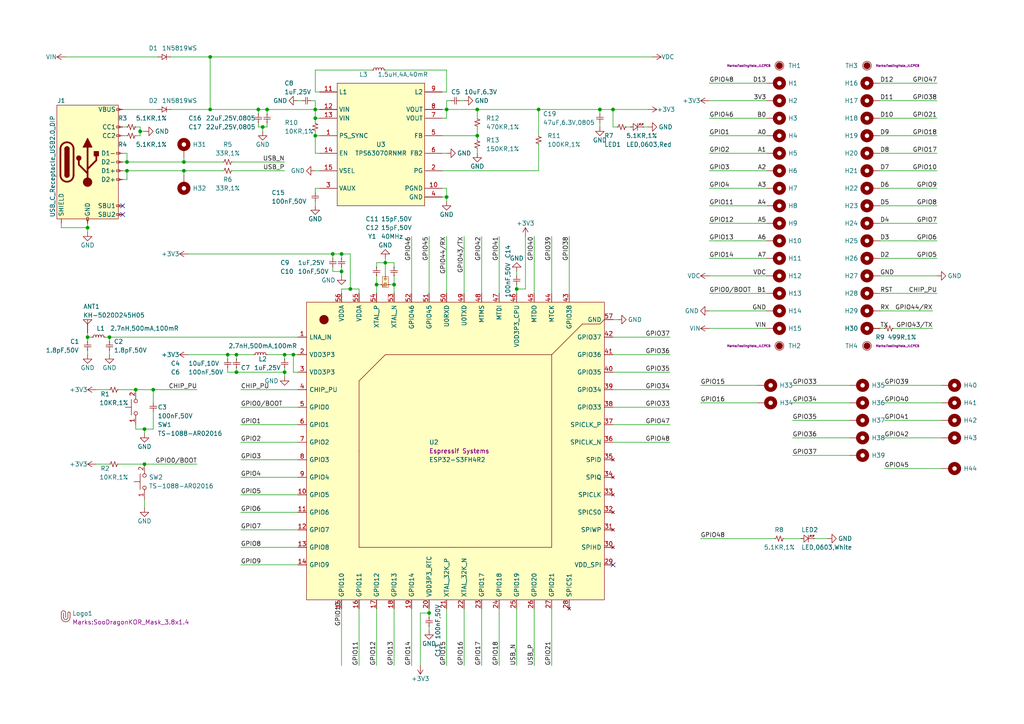
<source format=kicad_sch>
(kicad_sch (version 20250114) (generator "eeschema") (generator_version "9.0")
  (paper "A4")
  (title_block (rev "1") (company "Geekble") (comment 1 "2-Layer, 1-Oz, JLC PCB Fabrication") (comment 4 "SooDragon"))
  (junction (at 53.34 49.53))
  (junction (at 25.4 97.79))
  (junction (at 124.46 177.8))
  (junction (at 85.09 102.87))
  (junction (at 99.06 73.66))
  (junction (at 138.43 39.37))
  (junction (at 91.44 31.75))
  (junction (at 91.44 39.37))
  (junction (at 149.86 83.82))
  (junction (at 60.96 31.75))
  (junction (at 36.83 49.53))
  (junction (at 173.99 31.75))
  (junction (at 111.76 76.2))
  (junction (at 129.54 31.75))
  (junction (at 74.93 31.75))
  (junction (at 101.6 83.82))
  (junction (at 76.2 36.83))
  (junction (at 138.43 31.75))
  (junction (at 68.58 107.95))
  (junction (at 82.55 107.95))
  (junction (at 31.75 97.79))
  (junction (at 96.52 73.66))
  (junction (at 68.58 102.87))
  (junction (at 91.44 34.29))
  (junction (at 77.47 31.75))
  (junction (at 39.37 113.03))
  (junction (at 60.96 16.51))
  (junction (at 40.64 38.1))
  (junction (at 114.3 82.55))
  (junction (at 109.22 82.55))
  (junction (at 177.8 31.75))
  (junction (at 82.55 102.87))
  (junction (at 41.91 134.62))
  (junction (at 36.83 46.99))
  (junction (at 99.06 78.74))
  (junction (at 66.04 102.87))
  (junction (at 41.91 124.46))
  (junction (at 44.45 113.03))
  (junction (at 129.54 57.15))
  (junction (at 25.4 66.04))
  (junction (at 53.34 46.99))
  (junction (at 156.21 31.75))
  (no_connect (at 35.56 62.23))
  (no_connect (at 35.56 59.69))
  (no_connect (at 177.8 163.83))
  (wire (pts (xy 139.7 68.58) (xy 139.7 85.09)))
  (wire (pts (xy 99.06 73.66) (xy 96.52 73.66)))
  (wire (pts (xy 121.92 177.8) (xy 124.46 177.8)))
  (wire (pts (xy 177.8 36.83) (xy 179.07 36.83)))
  (wire (pts (xy 25.4 101.6) (xy 25.4 102.87)))
  (wire (pts (xy 165.1 68.58) (xy 165.1 85.09)))
  (wire (pts (xy 66.04 106.68) (xy 66.04 107.95)))
  (wire (pts (xy 30.48 97.79) (xy 31.75 97.79)))
  (wire (pts (xy 152.4 83.82) (xy 149.86 83.82)))
  (wire (pts (xy 66.04 107.95) (xy 68.58 107.95)))
  (wire (pts (xy 91.44 39.37) (xy 91.44 44.45)))
  (wire (pts (xy 104.14 193.04) (xy 104.14 176.53)))
  (wire (pts (xy 138.43 44.45) (xy 138.43 43.18)))
  (wire (pts (xy 60.96 31.75) (xy 74.93 31.75)))
  (wire (pts (xy 271.78 29.21) (xy 255.27 29.21)))
  (wire (pts (xy 119.38 68.58) (xy 119.38 85.09)))
  (wire (pts (xy 194.31 107.95) (xy 177.8 107.95)))
  (wire (pts (xy 25.4 66.04) (xy 17.78 66.04)))
  (wire (pts (xy 156.21 31.75) (xy 156.21 39.37)))
  (wire (pts (xy 67.31 46.99) (xy 82.55 46.99)))
  (wire (pts (xy 129.54 193.04) (xy 129.54 176.53)))
  (wire (pts (xy 149.86 83.82) (xy 149.86 82.55)))
  (wire (pts (xy 124.46 177.8) (xy 124.46 179.07)))
  (wire (pts (xy 99.06 85.09) (xy 99.06 83.82)))
  (wire (pts (xy 25.4 64.77) (xy 25.4 66.04)))
  (wire (pts (xy 129.54 57.15) (xy 129.54 58.42)))
  (wire (pts (xy 44.45 124.46) (xy 44.45 119.38)))
  (wire (pts (xy 67.31 49.53) (xy 82.55 49.53)))
  (wire (pts (xy 177.8 31.75) (xy 177.8 36.83)))
  (wire (pts (xy 82.55 102.87) (xy 85.09 102.87)))
  (wire (pts (xy 222.25 85.09) (xy 205.74 85.09)))
  (wire (pts (xy 60.96 16.51) (xy 189.23 16.51)))
  (wire (pts (xy 121.92 193.04) (xy 121.92 177.8)))
  (wire (pts (xy 53.34 49.53) (xy 64.77 49.53)))
  (wire (pts (xy 36.83 46.99) (xy 53.34 46.99)))
  (wire (pts (xy 114.3 193.04) (xy 114.3 176.53)))
  (wire (pts (xy 53.34 49.53) (xy 53.34 50.8)))
  (wire (pts (xy 109.22 82.55) (xy 109.22 85.09)))
  (wire (pts (xy 181.61 36.83) (xy 182.88 36.83)))
  (wire (pts (xy 77.47 36.83) (xy 76.2 36.83)))
  (wire (pts (xy 222.25 39.37) (xy 205.74 39.37)))
  (wire (pts (xy 69.85 143.51) (xy 86.36 143.51)))
  (wire (pts (xy 109.22 76.2) (xy 109.22 77.47)))
  (wire (pts (xy 69.85 123.19) (xy 86.36 123.19)))
  (wire (pts (xy 130.81 29.21) (xy 129.54 29.21)))
  (wire (pts (xy 149.86 80.01) (xy 149.86 78.74)))
  (wire (pts (xy 205.74 64.77) (xy 222.25 64.77)))
  (wire (pts (xy 194.31 123.19) (xy 177.8 123.19)))
  (wire (pts (xy 54.61 102.87) (xy 66.04 102.87)))
  (wire (pts (xy 25.4 96.52) (xy 25.4 97.79)))
  (wire (pts (xy 39.37 39.37) (xy 40.64 39.37)))
  (wire (pts (xy 194.31 97.79) (xy 177.8 97.79)))
  (wire (pts (xy 82.55 106.68) (xy 82.55 107.95)))
  (wire (pts (xy 60.96 16.51) (xy 60.96 31.75)))
  (wire (pts (xy 255.27 34.29) (xy 271.78 34.29)))
  (wire (pts (xy 229.87 111.76) (xy 246.38 111.76)))
  (wire (pts (xy 35.56 44.45) (xy 36.83 44.45)))
  (wire (pts (xy 99.06 78.74) (xy 99.06 80.01)))
  (wire (pts (xy 114.3 77.47) (xy 114.3 76.2)))
  (wire (pts (xy 240.03 156.21) (xy 236.22 156.21)))
  (wire (pts (xy 91.44 31.75) (xy 92.71 31.75)))
  (wire (pts (xy 76.2 36.83) (xy 76.2 38.1)))
  (wire (pts (xy 36.83 49.53) (xy 36.83 52.07)))
  (wire (pts (xy 76.2 36.83) (xy 74.93 36.83)))
  (wire (pts (xy 138.43 31.75) (xy 156.21 31.75)))
  (wire (pts (xy 91.44 20.32) (xy 91.44 26.67)))
  (wire (pts (xy 124.46 181.61) (xy 124.46 182.88)))
  (wire (pts (xy 154.94 176.53) (xy 154.94 193.04)))
  (wire (pts (xy 91.44 34.29) (xy 92.71 34.29)))
  (wire (pts (xy 49.53 16.51) (xy 60.96 16.51)))
  (wire (pts (xy 77.47 31.75) (xy 91.44 31.75)))
  (wire (pts (xy 39.37 113.03) (xy 44.45 113.03)))
  (wire (pts (xy 77.47 102.87) (xy 82.55 102.87)))
  (wire (pts (xy 40.64 38.1) (xy 40.64 36.83)))
  (wire (pts (xy 66.04 104.14) (xy 66.04 102.87)))
  (wire (pts (xy 25.4 97.79) (xy 25.4 99.06)))
  (wire (pts (xy 69.85 128.27) (xy 86.36 128.27)))
  (wire (pts (xy 114.3 82.55) (xy 114.3 85.09)))
  (wire (pts (xy 35.56 52.07) (xy 36.83 52.07)))
  (wire (pts (xy 128.27 57.15) (xy 129.54 57.15)))
  (wire (pts (xy 139.7 193.04) (xy 139.7 176.53)))
  (wire (pts (xy 77.47 35.56) (xy 77.47 36.83)))
  (wire (pts (xy 74.93 36.83) (xy 74.93 35.56)))
  (wire (pts (xy 256.54 116.84) (xy 273.05 116.84)))
  (wire (pts (xy 41.91 124.46) (xy 41.91 125.73)))
  (wire (pts (xy 85.09 107.95) (xy 85.09 102.87)))
  (wire (pts (xy 205.74 59.69) (xy 222.25 59.69)))
  (wire (pts (xy 271.78 44.45) (xy 255.27 44.45)))
  (wire (pts (xy 74.93 31.75) (xy 77.47 31.75)))
  (wire (pts (xy 90.17 29.21) (xy 91.44 29.21)))
  (wire (pts (xy 34.29 134.62) (xy 41.91 134.62)))
  (wire (pts (xy 27.94 134.62) (xy 31.75 134.62)))
  (wire (pts (xy 173.99 33.02) (xy 173.99 31.75)))
  (wire (pts (xy 54.61 73.66) (xy 96.52 73.66)))
  (wire (pts (xy 99.06 77.47) (xy 99.06 78.74)))
  (wire (pts (xy 222.25 44.45) (xy 205.74 44.45)))
  (wire (pts (xy 69.85 148.59) (xy 86.36 148.59)))
  (wire (pts (xy 128.27 44.45) (xy 129.54 44.45)))
  (wire (pts (xy 101.6 83.82) (xy 104.14 83.82)))
  (wire (pts (xy 96.52 77.47) (xy 96.52 78.74)))
  (wire (pts (xy 229.87 127) (xy 246.38 127)))
  (wire (pts (xy 109.22 80.01) (xy 109.22 82.55)))
  (wire (pts (xy 34.29 113.03) (xy 39.37 113.03)))
  (wire (pts (xy 39.37 124.46) (xy 41.91 124.46)))
  (wire (pts (xy 69.85 138.43) (xy 86.36 138.43)))
  (wire (pts (xy 41.91 134.62) (xy 57.15 134.62)))
  (wire (pts (xy 114.3 76.2) (xy 111.76 76.2)))
  (wire (pts (xy 53.34 45.72) (xy 53.34 46.99)))
  (wire (pts (xy 49.53 31.75) (xy 60.96 31.75)))
  (wire (pts (xy 255.27 95.25) (xy 256.54 95.25)))
  (wire (pts (xy 114.3 80.01) (xy 114.3 82.55)))
  (wire (pts (xy 27.94 113.03) (xy 31.75 113.03)))
  (wire (pts (xy 256.54 135.89) (xy 273.05 135.89)))
  (wire (pts (xy 104.14 83.82) (xy 104.14 85.09)))
  (wire (pts (xy 160.02 68.58) (xy 160.02 85.09)))
  (wire (pts (xy 194.31 113.03) (xy 177.8 113.03)))
  (wire (pts (xy 35.56 31.75) (xy 45.72 31.75)))
  (wire (pts (xy 271.78 39.37) (xy 255.27 39.37)))
  (wire (pts (xy 41.91 124.46) (xy 44.45 124.46)))
  (wire (pts (xy 44.45 113.03) (xy 44.45 116.84)))
  (wire (pts (xy 128.27 39.37) (xy 138.43 39.37)))
  (wire (pts (xy 99.06 73.66) (xy 101.6 73.66)))
  (wire (pts (xy 194.31 128.27) (xy 177.8 128.27)))
  (wire (pts (xy 69.85 163.83) (xy 86.36 163.83)))
  (wire (pts (xy 149.86 85.09) (xy 149.86 83.82)))
  (wire (pts (xy 91.44 26.67) (xy 92.71 26.67)))
  (wire (pts (xy 109.22 193.04) (xy 109.22 176.53)))
  (wire (pts (xy 99.06 193.04) (xy 99.06 176.53)))
  (wire (pts (xy 128.27 31.75) (xy 129.54 31.75)))
  (wire (pts (xy 99.06 83.82) (xy 101.6 83.82)))
  (wire (pts (xy 91.44 44.45) (xy 92.71 44.45)))
  (wire (pts (xy 222.25 80.01) (xy 205.74 80.01)))
  (wire (pts (xy 31.75 102.87) (xy 31.75 101.6)))
  (wire (pts (xy 35.56 49.53) (xy 36.83 49.53)))
  (wire (pts (xy 99.06 73.66) (xy 99.06 74.93)))
  (wire (pts (xy 35.56 36.83) (xy 36.83 36.83)))
  (wire (pts (xy 156.21 49.53) (xy 156.21 41.91)))
  (wire (pts (xy 222.25 54.61) (xy 205.74 54.61)))
  (wire (pts (xy 205.74 74.93) (xy 222.25 74.93)))
  (wire (pts (xy 91.44 39.37) (xy 92.71 39.37)))
  (wire (pts (xy 82.55 107.95) (xy 82.55 109.22)))
  (wire (pts (xy 138.43 39.37) (xy 138.43 40.64)))
  (wire (pts (xy 96.52 78.74) (xy 99.06 78.74)))
  (wire (pts (xy 256.54 127) (xy 273.05 127)))
  (wire (pts (xy 86.36 29.21) (xy 87.63 29.21)))
  (wire (pts (xy 69.85 118.11) (xy 86.36 118.11)))
  (wire (pts (xy 91.44 38.1) (xy 91.44 39.37)))
  (wire (pts (xy 113.03 82.55) (xy 114.3 82.55)))
  (wire (pts (xy 31.75 97.79) (xy 86.36 97.79)))
  (wire (pts (xy 96.52 73.66) (xy 96.52 74.93)))
  (wire (pts (xy 91.44 34.29) (xy 91.44 35.56)))
  (wire (pts (xy 138.43 31.75) (xy 138.43 34.29)))
  (wire (pts (xy 232.41 156.21) (xy 227.33 156.21)))
  (wire (pts (xy 203.2 156.21) (xy 224.79 156.21)))
  (wire (pts (xy 205.74 69.85) (xy 222.25 69.85)))
  (wire (pts (xy 271.78 74.93) (xy 255.27 74.93)))
  (wire (pts (xy 271.78 54.61) (xy 255.27 54.61)))
  (wire (pts (xy 91.44 55.88) (xy 91.44 54.61)))
  (wire (pts (xy 69.85 133.35) (xy 86.36 133.35)))
  (wire (pts (xy 256.54 121.92) (xy 273.05 121.92)))
  (wire (pts (xy 205.74 24.13) (xy 222.25 24.13)))
  (wire (pts (xy 110.49 82.55) (xy 109.22 82.55)))
  (wire (pts (xy 129.54 20.32) (xy 129.54 26.67)))
  (wire (pts (xy 149.86 176.53) (xy 149.86 193.04)))
  (wire (pts (xy 124.46 68.58) (xy 124.46 85.09)))
  (wire (pts (xy 194.31 102.87) (xy 177.8 102.87)))
  (wire (pts (xy 156.21 31.75) (xy 173.99 31.75)))
  (wire (pts (xy 119.38 193.04) (xy 119.38 176.53)))
  (wire (pts (xy 91.44 49.53) (xy 92.71 49.53)))
  (wire (pts (xy 91.44 29.21) (xy 91.44 31.75)))
  (wire (pts (xy 134.62 68.58) (xy 134.62 85.09)))
  (wire (pts (xy 203.2 116.84) (xy 219.71 116.84)))
  (wire (pts (xy 229.87 121.92) (xy 246.38 121.92)))
  (wire (pts (xy 271.78 59.69) (xy 255.27 59.69)))
  (wire (pts (xy 35.56 46.99) (xy 36.83 46.99)))
  (wire (pts (xy 111.76 20.32) (xy 129.54 20.32)))
  (wire (pts (xy 129.54 29.21) (xy 129.54 31.75)))
  (wire (pts (xy 74.93 31.75) (xy 74.93 33.02)))
  (wire (pts (xy 256.54 111.76) (xy 273.05 111.76)))
  (wire (pts (xy 68.58 106.68) (xy 68.58 107.95)))
  (wire (pts (xy 91.44 34.29) (xy 91.44 31.75)))
  (wire (pts (xy 144.78 68.58) (xy 144.78 85.09)))
  (wire (pts (xy 133.35 29.21) (xy 134.62 29.21)))
  (wire (pts (xy 128.27 54.61) (xy 129.54 54.61)))
  (wire (pts (xy 144.78 193.04) (xy 144.78 176.53)))
  (wire (pts (xy 69.85 153.67) (xy 86.36 153.67)))
  (wire (pts (xy 91.44 54.61) (xy 92.71 54.61)))
  (wire (pts (xy 68.58 102.87) (xy 68.58 104.14)))
  (wire (pts (xy 107.95 20.32) (xy 91.44 20.32)))
  (wire (pts (xy 222.25 90.17) (xy 205.74 90.17)))
  (wire (pts (xy 36.83 49.53) (xy 53.34 49.53)))
  (wire (pts (xy 19.05 16.51) (xy 45.72 16.51)))
  (wire (pts (xy 259.08 95.25) (xy 270.51 95.25)))
  (wire (pts (xy 129.54 68.58) (xy 129.54 85.09)))
  (wire (pts (xy 173.99 31.75) (xy 177.8 31.75)))
  (wire (pts (xy 255.27 85.09) (xy 271.78 85.09)))
  (wire (pts (xy 129.54 54.61) (xy 129.54 57.15)))
  (wire (pts (xy 68.58 102.87) (xy 73.66 102.87)))
  (wire (pts (xy 271.78 64.77) (xy 255.27 64.77)))
  (wire (pts (xy 25.4 66.04) (xy 25.4 67.31)))
  (wire (pts (xy 271.78 69.85) (xy 255.27 69.85)))
  (wire (pts (xy 186.69 36.83) (xy 187.96 36.83)))
  (wire (pts (xy 69.85 158.75) (xy 86.36 158.75)))
  (wire (pts (xy 17.78 66.04) (xy 17.78 64.77)))
  (wire (pts (xy 40.64 39.37) (xy 40.64 38.1)))
  (wire (pts (xy 25.4 97.79) (xy 26.67 97.79)))
  (wire (pts (xy 270.51 90.17) (xy 255.27 90.17)))
  (wire (pts (xy 111.76 76.2) (xy 109.22 76.2)))
  (wire (pts (xy 128.27 34.29) (xy 129.54 34.29)))
  (wire (pts (xy 66.04 102.87) (xy 68.58 102.87)))
  (wire (pts (xy 138.43 36.83) (xy 138.43 39.37)))
  (wire (pts (xy 39.37 36.83) (xy 40.64 36.83)))
  (wire (pts (xy 129.54 31.75) (xy 129.54 34.29)))
  (wire (pts (xy 82.55 102.87) (xy 82.55 104.14)))
  (wire (pts (xy 129.54 31.75) (xy 138.43 31.75)))
  (wire (pts (xy 229.87 116.84) (xy 246.38 116.84)))
  (wire (pts (xy 255.27 80.01) (xy 271.78 80.01)))
  (wire (pts (xy 128.27 49.53) (xy 156.21 49.53)))
  (wire (pts (xy 69.85 113.03) (xy 86.36 113.03)))
  (wire (pts (xy 86.36 107.95) (xy 85.09 107.95)))
  (wire (pts (xy 44.45 113.03) (xy 57.15 113.03)))
  (wire (pts (xy 229.87 132.08) (xy 246.38 132.08)))
  (wire (pts (xy 124.46 176.53) (xy 124.46 177.8)))
  (wire (pts (xy 134.62 193.04) (xy 134.62 176.53)))
  (wire (pts (xy 53.34 46.99) (xy 64.77 46.99)))
  (wire (pts (xy 39.37 123.19) (xy 39.37 124.46)))
  (wire (pts (xy 31.75 97.79) (xy 31.75 99.06)))
  (wire (pts (xy 35.56 39.37) (xy 36.83 39.37)))
  (wire (pts (xy 177.8 31.75) (xy 187.96 31.75)))
  (wire (pts (xy 91.44 58.42) (xy 91.44 59.69)))
  (wire (pts (xy 222.25 49.53) (xy 205.74 49.53)))
  (wire (pts (xy 77.47 31.75) (xy 77.47 33.02)))
  (wire (pts (xy 194.31 118.11) (xy 177.8 118.11)))
  (wire (pts (xy 205.74 95.25) (xy 222.25 95.25)))
  (wire (pts (xy 85.09 102.87) (xy 86.36 102.87)))
  (wire (pts (xy 152.4 68.58) (xy 152.4 83.82)))
  (wire (pts (xy 177.8 92.71) (xy 179.07 92.71)))
  (wire (pts (xy 36.83 44.45) (xy 36.83 46.99)))
  (wire (pts (xy 222.25 34.29) (xy 205.74 34.29)))
  (wire (pts (xy 203.2 111.76) (xy 219.71 111.76)))
  (wire (pts (xy 111.76 76.2) (xy 111.76 80.01)))
  (wire (pts (xy 160.02 176.53) (xy 160.02 193.04)))
  (wire (pts (xy 271.78 49.53) (xy 255.27 49.53)))
  (wire (pts (xy 271.78 24.13) (xy 255.27 24.13)))
  (wire (pts (xy 40.64 38.1) (xy 41.91 38.1)))
  (wire (pts (xy 111.76 74.93) (xy 111.76 76.2)))
  (wire (pts (xy 41.91 144.78) (xy 41.91 147.32)))
  (wire (pts (xy 129.54 26.67) (xy 128.27 26.67)))
  (wire (pts (xy 101.6 73.66) (xy 101.6 83.82)))
  (wire (pts (xy 68.58 107.95) (xy 82.55 107.95)))
  (wire (pts (xy 173.99 36.83) (xy 173.99 35.56)))
  (wire (pts (xy 154.94 68.58) (xy 154.94 85.09)))
  (wire (pts (xy 222.25 29.21) (xy 205.74 29.21)))
  (label "GPIO18" (at 271.78 39.37 180))
  (label "GND" (at 222.25 90.17 180))
  (label "GPIO14" (at 119.38 193.04 90))
  (label "A5" (at 222.25 64.77 180))
  (label "GPIO1" (at 69.85 123.19 0))
  (label "GPIO4" (at 69.85 138.43 0))
  (label "GPIO15" (at 203.2 111.76 0))
  (label "D11" (at 255.27 29.21 0))
  (label "GPIO45" (at 256.54 135.89 0))
  (label "GPIO37" (at 194.31 97.79 180))
  (label "GPIO39" (at 256.54 111.76 0))
  (label "A3" (at 222.25 54.61 180))
  (label "GPIO48" (at 203.2 156.21 0))
  (label "GPIO38" (at 271.78 29.21 180))
  (label "GPIO40" (at 256.54 116.84 0))
  (label "GPIO12" (at 205.74 64.77 0))
  (label "GPIO34" (at 194.31 113.03 180))
  (label "D13" (at 222.25 24.13 180))
  (label "GPIO0{slash}BOOT" (at 205.74 85.09 0))
  (label "GPIO21" (at 160.02 193.04 90))
  (label "D10" (at 255.27 34.29 0))
  (label "D5" (at 255.27 59.69 0))
  (label "GPIO36" (at 194.31 102.87 180))
  (label "GPIO46" (at 119.38 68.58 270))
  (label "GPIO5" (at 271.78 74.93 180))
  (label "GPIO47" (at 271.78 24.13 180))
  (label "GPIO44{slash}RX" (at 270.51 90.17 180))
  (label "GPIO14" (at 205.74 74.93 0))
  (label "GPIO39" (at 160.02 68.58 270))
  (label "GND" (at 255.27 80.01 0))
  (label "B0" (at 222.25 34.29 180))
  (label "GPIO44{slash}RX" (at 129.54 68.58 270))
  (label "GPIO35" (at 229.87 121.92 0))
  (label "GPIO13" (at 114.3 193.04 90))
  (label "GPIO2" (at 205.74 44.45 0))
  (label "GPIO2" (at 69.85 128.27 0))
  (label "GPIO16" (at 203.2 116.84 0))
  (label "USB_N" (at 149.86 193.04 90))
  (label "GPIO41" (at 256.54 121.92 0))
  (label "D8" (at 255.27 44.45 0))
  (label "A7" (at 222.25 74.93 180))
  (label "GPIO33" (at 229.87 111.76 0))
  (label "TX" (at 255.27 95.25 0))
  (label "GPIO0{slash}BOOT" (at 69.85 118.11 0))
  (label "GPIO15" (at 129.54 193.04 90))
  (label "A4" (at 222.25 59.69 180))
  (label "A2" (at 222.25 49.53 180))
  (label "GPIO41" (at 144.78 68.58 270))
  (label "GPIO37" (at 229.87 132.08 0))
  (label "GPIO3" (at 69.85 133.35 0))
  (label "CHIP_PU" (at 69.85 113.03 0))
  (label "A6" (at 222.25 69.85 180))
  (label "VDC" (at 222.25 80.01 180))
  (label "GPIO13" (at 205.74 69.85 0))
  (label "GPIO8" (at 69.85 158.75 0))
  (label "GPIO11" (at 205.74 59.69 0))
  (label "GPIO6" (at 69.85 148.59 0))
  (label "GPIO5" (at 69.85 143.51 0))
  (label "GPIO43{slash}TX" (at 270.51 95.25 180))
  (label "USB_P" (at 82.55 49.53 180))
  (label "GPIO3" (at 205.74 49.53 0))
  (label "GPIO10" (at 271.78 49.53 180))
  (label "GPIO12" (at 109.22 193.04 90))
  (label "CHIP_PU" (at 271.78 85.09 180))
  (label "D4" (at 255.27 64.77 0))
  (label "GPIO18" (at 144.78 193.04 90))
  (label "RST" (at 255.27 85.09 0))
  (label "GPIO33" (at 194.31 118.11 180))
  (label "GPIO35" (at 194.31 107.95 180))
  (label "GPIO36" (at 229.87 127 0))
  (label "GPIO38" (at 165.1 68.58 270))
  (label "GPIO40" (at 154.94 68.58 270))
  (label "USB_P" (at 154.94 193.04 90))
  (label "GPIO7" (at 69.85 153.67 0))
  (label "VIN" (at 222.25 95.25 180))
  (label "GPIO45" (at 124.46 68.58 270))
  (label "GPIO1" (at 205.74 39.37 0))
  (label "GPIO17" (at 139.7 193.04 90))
  (label "GPIO48" (at 205.74 24.13 0))
  (label "GPIO21" (at 271.78 34.29 180))
  (label "GPIO43{slash}TX" (at 134.62 68.58 270))
  (label "USB_N" (at 82.55 46.99 180))
  (label "GPIO48" (at 194.31 128.27 180))
  (label "RX" (at 255.27 90.17 0))
  (label "D2" (at 255.27 74.93 0))
  (label "D12" (at 255.27 24.13 0))
  (label "GPIO6" (at 271.78 69.85 180))
  (label "GPIO47" (at 194.31 123.19 180))
  (label "D3" (at 255.27 69.85 0))
  (label "GPIO42" (at 139.7 68.58 270))
  (label "A1" (at 222.25 44.45 180))
  (label "GPIO42" (at 256.54 127 0))
  (label "D9" (at 255.27 39.37 0))
  (label "B1" (at 222.25 85.09 180))
  (label "GPIO7" (at 271.78 64.77 180))
  (label "D7" (at 255.27 49.53 0))
  (label "GPIO10" (at 99.06 181.61 90))
  (label "CHIP_PU" (at 57.15 113.03 180))
  (label "GPIO4" (at 205.74 54.61 0))
  (label "GPIO0{slash}BOOT" (at 57.15 134.62 180))
  (label "3V3" (at 222.25 29.21 180))
  (label "GPIO11" (at 104.14 193.04 90))
  (label "GPIO46" (at 205.74 34.29 0))
  (label "GPIO8" (at 271.78 59.69 180))
  (label "GPIO34" (at 229.87 116.84 0))
  (label "GPIO17" (at 271.78 44.45 180))
  (label "A0" (at 222.25 39.37 180))
  (label "D6" (at 255.27 54.61 0))
  (label "GPIO16" (at 134.62 193.04 90))
  (label "GPIO9" (at 271.78 54.61 180))
  (label "GPIO9" (at 69.85 163.83 0))
  (symbol (lib_id "Resistors:5.1KR,1%") (at 38.1 36.83 0) (unit 1)
    (property "Reference" "R3" (at 35.56 34.29 0))
    (property "Value" "5.1KR,1%" (at 39.37 34.29 0) (effects (justify left)))
    (property "Footprint" "Resistors:R_0402" (effects (hide yes)))
    (property "Datasheet" "https://datasheet.lcsc.com/szlcsc/Uniroyal-Elec-0402WGF5101TCE_C25905.pdf" (effects (hide yes)))
    (property "LCSC" "C25905" (effects (hide yes)))
    (property "Manufacturer Part Number" "0402WGF5101TCE" (effects (hide yes)))
    (property "Manufacturer" "Uniroyal Elec" (effects (hide yes)))
    (property "Library Type" "Basic" (effects (hide yes)))
  )
  (symbol (lib_id "Power_Management_ICs:TPS63070RNMR") (at 110.49 44.45 0) (unit 1)
    (property "Reference" "U3" (at 110.49 41.91 0))
    (property "Value" "TPS63070RNMR" (at 110.49 44.45 0))
    (property "Footprint" "Power_Management_ICs:RNM0015A" (effects (hide yes)))
    (property "Datasheet" "https://www.lcsc.com/datasheet/lcsc_datasheet_2302221930_Texas-Instruments-TPS63070RNMR_C109322.pdf" (effects (hide yes)))
    (property "Description" "2-V to 16-V Buck-Boost Converter With 3.6-A Switch Current" (effects (hide yes)))
    (property "LCSC" "C109322" (effects (hide yes)))
    (property "Manufacturer Part Number" "TPS63070RNMR" (effects (hide yes)))
    (property "Manufacturer" "Texas Instruments" (effects (hide yes)))
    (property "Library Type" "Extended" (effects (hide yes)))
  )
  (symbol (lib_id "power:GND") (at 134.62 29.21 90) (unit 1)
    (property "Reference" "#PWR012" (effects (hide yes)))
    (property "Value" "GND" (at 139.7 29.21 90))
  )
  (symbol (lib_id "Inductors_Chokes_Transformers:1.5uH,4A,40mR") (at 110.49 20.32 0) (unit 1)
    (property "Reference" "L3" (at 105.41 21.59 0))
    (property "Value" "1.5uH,4A,40mR" (at 116.84 21.59 0))
    (property "Footprint" "Inductors_Chokes_Transformers:FTC201612S" (effects (hide yes)))
    (property "Datasheet" "https://datasheet.lcsc.com/lcsc/2304140030_TDK-MLK1005S2N7ST000_C76791.pdf" (effects (hide yes)))
    (property "Description" "4A 1.5uH Integrated molded inductor ±20% 4A SMD,1.6x2mm  Power Inductors ROHS" (effects (hide yes)))
    (property "LCSC" "C5832350" (effects (hide yes)))
    (property "Manufacturer Part Number" "FTC201612S1R5MBCA" (effects (hide yes)))
    (property "Manufacturer" "cjiang (Changjiang Microelectronics Tech)" (effects (hide yes)))
    (property "Library Type" "Extended" (effects (hide yes)))
  )
  (symbol (lib_id "power:GND") (at 129.54 58.42 0) (unit 1)
    (property "Reference" "#PWR031" (effects (hide yes)))
    (property "Value" "GND" (at 129.54 62.23 0))
  )
  (symbol (lib_id "Capacitors:22uF,25V,0805") (at 74.93 34.29 90) (unit 1)
    (property "Reference" "C17" (at 54.61 36.83 90) (effects (justify right)))
    (property "Value" "22uF,25V,0805" (at 59.69 34.29 90) (effects (justify right)))
    (property "Footprint" "Capacitors:C_0805" (effects (hide yes)))
    (property "Datasheet" "https://datasheet.lcsc.com/szlcsc/Samsung-Electro-Mechanics-CL21A226MAQNNNE_C45783.pdf" (effects (hide yes)))
    (property "Description" "Multilayer Ceramic Capacitors MLCC - SMD/SMT 22uF 25V 0805 RoHS" (effects (hide yes)))
    (property "LCSC" "C45783" (effects (hide yes)))
    (property "Manufacturer Part Number" "CL21A226MAQNNNE" (effects (hide yes)))
    (property "Manufacturer" "Samsung Electro-Mechanics" (effects (hide yes)))
    (property "Library Type" "Basic" (effects (hide yes)))
  )
  (symbol (lib_id "power:GND") (at 82.55 109.22 0) (unit 1)
    (property "Reference" "#PWR013" (effects (hide yes)))
    (property "Value" "GND" (at 78.74 110.49 0))
  )
  (symbol (lib_id "Resistors:5.1KR,1%") (at 38.1 39.37 0) (unit 1)
    (property "Reference" "R4" (at 35.56 41.91 0))
    (property "Value" "5.1KR,1%" (at 39.37 41.91 0) (effects (justify left)))
    (property "Footprint" "Resistors:R_0402" (effects (hide yes)))
    (property "Datasheet" "https://datasheet.lcsc.com/szlcsc/Uniroyal-Elec-0402WGF5101TCE_C25905.pdf" (effects (hide yes)))
    (property "LCSC" "C25905" (effects (hide yes)))
    (property "Manufacturer Part Number" "0402WGF5101TCE" (effects (hide yes)))
    (property "Manufacturer" "Uniroyal Elec" (effects (hide yes)))
    (property "Library Type" "Basic" (effects (hide yes)))
  )
  (symbol (lib_id "power:GND") (at 173.99 36.83 0) (unit 1)
    (property "Reference" "#PWR037" (effects (hide yes)))
    (property "Value" "GND" (at 173.99 40.64 0))
  )
  (symbol (lib_id "Pushbutton_Switches_Relays:TS-1088-AR02016") (at 44.45 139.7 90) (unit 1)
    (property "Reference" "SW2" (at 43.18 138.43 90) (effects (justify right)))
    (property "Value" "TS-1088-AR02016" (at 43.18 140.97 90) (effects (justify right)))
    (property "Footprint" "Pushbutton_Switches_Relays:TS-1088-AR020" (effects (hide yes)))
    (property "Datasheet" "https://datasheet.lcsc.com/lcsc/2304140030_XUNPU-TS-1088-AR02016_C720477.pdf" (effects (hide yes)))
    (property "Manufacturer" "XUNPU" (effects (hide yes)))
    (property "Manufacturer Part Number" "TS-1088-AR02016" (effects (hide yes)))
    (property "LCSC" "C720477" (effects (hide yes)))
    (property "Library Type" "Extended" (effects (hide yes)))
  )
  (symbol (lib_id "power:GND") (at 86.36 29.21 270) (unit 1)
    (property "Reference" "#PWR016" (effects (hide yes)))
    (property "Value" "GND" (at 81.28 29.21 90))
  )
  (symbol (lib_id "power:+3V3") (at 187.96 31.75 270) (unit 1)
    (property "Reference" "#PWR038" (effects (hide yes)))
    (property "Value" "+3V3" (at 190.5 31.75 90) (effects (justify left)))
  )
  (symbol (lib_id "Marks:MountingHole_Pad") (at 248.92 121.92 270) (unit 1)
    (property "Reference" "H37" (at 252.7876 121.9199 90) (effects (justify left)))
    (property "Value" "MountingHole_Pad" (effects (hide yes)))
    (property "Footprint" "Connectors:1x1_1.0piPad_SMD" (effects (hide yes)))
  )
  (symbol (lib_id "Marks:MountingHole_Pad") (at 252.73 29.21 90) (unit 1)
    (property "Reference" "H17" (at 248.92 29.21 90) (effects (justify left)))
    (property "Value" "MountingHole_Pad" (effects (hide yes)))
    (property "Footprint" "Connectors:1x1_P2.54_CastellatedPad" (effects (hide yes)))
  )
  (symbol (lib_name "5.1KR,1%_1") (lib_id "Resistors:5.1KR,1%") (at 226.06 156.21 180) (unit 1)
    (property "Reference" "R8" (at 227.33 153.67 0) (effects (justify left)))
    (property "Value" "5.1KR,1%" (at 226.06 158.75 0))
    (property "Footprint" "Resistors:R_0402" (effects (hide yes)))
    (property "Datasheet" "https://datasheet.lcsc.com/szlcsc/Uniroyal-Elec-0402WGF5101TCE_C25905.pdf" (effects (hide yes)))
    (property "LCSC" "C25905" (effects (hide yes)))
    (property "Manufacturer Part Number" "0402WGF5101TCE" (effects (hide yes)))
    (property "Manufacturer" "Uniroyal Elec" (effects (hide yes)))
    (property "Library Type" "Basic" (effects (hide yes)))
  )
  (symbol (lib_id "Pushbutton_Switches_Relays:TS-1088-AR02016") (at 41.91 118.11 90) (unit 1)
    (property "Reference" "SW1" (at 45.72 123.19 90) (effects (justify right)))
    (property "Value" "TS-1088-AR02016" (at 45.72 125.73 90) (effects (justify right)))
    (property "Footprint" "Pushbutton_Switches_Relays:TS-1088-AR020" (effects (hide yes)))
    (property "Datasheet" "https://datasheet.lcsc.com/lcsc/2304140030_XUNPU-TS-1088-AR02016_C720477.pdf" (effects (hide yes)))
    (property "Manufacturer" "XUNPU" (effects (hide yes)))
    (property "Manufacturer Part Number" "TS-1088-AR02016" (effects (hide yes)))
    (property "LCSC" "C720477" (effects (hide yes)))
    (property "Library Type" "Extended" (effects (hide yes)))
  )
  (symbol (lib_id "power:GND") (at 187.96 36.83 90) (unit 1)
    (property "Reference" "#PWR039" (effects (hide yes)))
    (property "Value" "GND" (at 193.04 36.83 90))
  )
  (symbol (lib_id "Marks:MountingHole_Pad") (at 275.59 135.89 270) (unit 1)
    (property "Reference" "H44" (at 279.4576 135.8899 90) (effects (justify left)))
    (property "Value" "MountingHole_Pad" (effects (hide yes)))
    (property "Footprint" "Connectors:1x1_1.0piPad_SMD" (effects (hide yes)))
  )
  (symbol (lib_id "power:GND") (at 129.54 44.45 90) (unit 1)
    (property "Reference" "#PWR030" (effects (hide yes)))
    (property "Value" "GND" (at 134.62 44.45 90))
  )
  (symbol (lib_id "Marks:MountingHole_Pad") (at 224.79 69.85 270) (mirror x) (unit 1)
    (property "Reference" "H10" (at 228.6 69.85 90) (effects (justify left)))
    (property "Value" "MountingHole_Pad" (effects (hide yes)))
    (property "Footprint" "Connectors:1x1_P2.54_CastellatedPad" (effects (hide yes)))
  )
  (symbol (lib_id "Marks:ToolingHole") (at 251.46 100.33 0) (unit 1)
    (property "Reference" "TH4" (at 245.11 100.33 0) (effects (justify left)))
    (property "Value" "ToolingHole" (effects (hide yes)))
    (property "Footprint" "Marks:ToolingHole_JLCPCB" (at 254 100.33 0) (effects (font (size 0.635 0.635)) (justify left)))
  )
  (symbol (lib_id "Marks:MountingHole_Pad") (at 252.73 85.09 90) (mirror x) (unit 1)
    (property "Reference" "H28" (at 248.92 85.09 90) (effects (justify left)))
    (property "Value" "MountingHole_Pad" (effects (hide yes)))
    (property "Footprint" "Connectors:1x1_P2.54_CastellatedPad" (effects (hide yes)))
  )
  (symbol (lib_id "Connectors:USB_C_Receptacle_USB2.0_DIP") (at 25.4 46.99 0) (unit 1)
    (property "Reference" "J1" (at 17.78 29.21 0))
    (property "Value" "USB_C_Receptacle_USB2.0_DIP" (at 15.24 48.26 90))
    (property "Footprint" "Connectors:USB_DIP,8.94x7.3mm" (effects (hide yes)))
    (property "Datasheet" "https://datasheet.lcsc.com/szlcsc/1811131825_Korean-Hroparts-Elec-TYPE-C-31-M-12_C165948.pdf" (effects (hide yes)))
    (property "LCSC" "C165948" (effects (hide yes)))
    (property "Manufacturer Part Number" "TYPE-C-31-M-12" (effects (hide yes)))
    (property "Manufacturer" "Korean Hroparts Elec" (effects (hide yes)))
    (property "Library Type" "Extended" (effects (hide yes)))
  )
  (symbol (lib_id "Capacitors:1uF,25V") (at 82.55 105.41 90) (unit 1)
    (property "Reference" "C7" (at 69.85 106.68 90) (effects (justify right)))
    (property "Value" "1uF,25V" (at 73.66 106.68 90) (effects (justify right)))
    (property "Footprint" "Capacitors:C_0402" (effects (hide yes)))
    (property "Datasheet" "https://datasheet.lcsc.com/lcsc/1811091611_Samsung-Electro-Mechanics-CL05A105KA5NQNC_C52923.pdf" (effects (hide yes)))
    (property "LCSC" "C52923" (effects (hide yes)))
    (property "Manufacturer Part Number" "CL05A105KA5NQNC" (effects (hide yes)))
    (property "Manufacturer" "Samsung Electro-Mechanics" (effects (hide yes)))
    (property "Library Type" "Basic" (effects (hide yes)))
  )
  (symbol (lib_id "power:+3V3") (at 27.94 134.62 90) (unit 1)
    (property "Reference" "#PWR04" (effects (hide yes)))
    (property "Value" "+3V3" (at 25.4 134.62 90) (effects (justify left)))
  )
  (symbol (lib_id "power:GND") (at 25.4 102.87 0) (unit 1)
    (property "Reference" "#PWR02" (effects (hide yes)))
    (property "Value" "GND" (at 25.4 106.68 0))
  )
  (symbol (lib_id "Capacitors:10nF,50V") (at 99.06 76.2 90) (unit 1)
    (property "Reference" "C10" (at 81.28 78.74 90) (effects (justify right)))
    (property "Value" "10nF,50V" (at 86.36 78.74 90) (effects (justify right)))
    (property "Footprint" "Capacitors:C_0402" (effects (hide yes)))
    (property "Datasheet" "https://datasheet.lcsc.com/lcsc/1810191223_Samsung-Electro-Mechanics-CL05B103KB5NNNC_C15195.pdf" (effects (hide yes)))
    (property "LCSC" "C15195" (effects (hide yes)))
    (property "Manufacturer Part Number" "CL05B103KB5NNNC" (effects (hide yes)))
    (property "Manufacturer" "Samsung Electro-Mechanics" (effects (hide yes)))
    (property "Library Type" "Basic" (effects (hide yes)))
  )
  (symbol (lib_id "Diodes:LED,0603,Red") (at 185.42 36.83 180) (unit 1)
    (property "Reference" "LED1" (at 175.26 41.91 0) (effects (justify right)))
    (property "Value" "LED,0603,Red" (at 181.61 41.91 0) (effects (justify right)))
    (property "Footprint" "Diodes:LED_0603_Red" (effects (hide yes)))
    (property "Datasheet" "Hubei-KENTO-Elec-KT-0603R_C2286.pdf" (effects (hide yes)))
    (property "LCSC" "C2286" (effects (hide yes)))
    (property "Manufacturer Part Number" "KT-0603R" (effects (hide yes)))
    (property "Manufacturer" "Hubei KENTO Elec" (effects (hide yes)))
    (property "Library Type" "Basic" (effects (hide yes)))
  )
  (symbol (lib_id "Marks:MountingHole_Pad") (at 224.79 54.61 270) (mirror x) (unit 1)
    (property "Reference" "H7" (at 228.6 54.61 90) (effects (justify left)))
    (property "Value" "MountingHole_Pad" (effects (hide yes)))
    (property "Footprint" "Connectors:1x1_P2.54_CastellatedPad" (effects (hide yes)))
  )
  (symbol (lib_id "Capacitors:100nF,50V") (at 124.46 180.34 270) (mirror x) (unit 1)
    (property "Reference" "C13" (at 127 186.69 0) (effects (justify right)))
    (property "Value" "100nF,50V" (at 127 175.26 0) (effects (justify right)))
    (property "Footprint" "Capacitors:C_0402" (effects (hide yes)))
    (property "Datasheet" "https://datasheet.lcsc.com/lcsc/1810191222_Samsung-Electro-Mechanics-CL05B104KB54PNC_C307331.pdf" (effects (hide yes)))
    (property "LCSC" "C307331" (effects (hide yes)))
    (property "Manufacturer Part Number" "CL05B104KB54PNC" (effects (hide yes)))
    (property "Manufacturer" "Samsung Electro-Mechanics" (effects (hide yes)))
    (property "Library Type" "Basic" (effects (hide yes)))
  )
  (symbol (lib_id "Capacitors:1uF,25V") (at 96.52 76.2 90) (unit 1)
    (property "Reference" "C9" (at 81.28 76.2 90) (effects (justify right)))
    (property "Value" "1uF,25V" (at 86.36 76.2 90) (effects (justify right)))
    (property "Footprint" "Capacitors:C_0402" (effects (hide yes)))
    (property "Datasheet" "https://datasheet.lcsc.com/lcsc/1811091611_Samsung-Electro-Mechanics-CL05A105KA5NQNC_C52923.pdf" (effects (hide yes)))
    (property "LCSC" "C52923" (effects (hide yes)))
    (property "Manufacturer Part Number" "CL05A105KA5NQNC" (effects (hide yes)))
    (property "Manufacturer" "Samsung Electro-Mechanics" (effects (hide yes)))
    (property "Library Type" "Basic" (effects (hide yes)))
  )
  (symbol (lib_id "Capacitors:100nF,50V") (at 44.45 118.11 90) (unit 1)
    (property "Reference" "C3" (at 45.72 118.11 90) (effects (justify right)))
    (property "Value" "100nF,50V" (at 45.72 120.65 90) (effects (justify right)))
    (property "Footprint" "Capacitors:C_0402" (effects (hide yes)))
    (property "Datasheet" "https://datasheet.lcsc.com/lcsc/1810191222_Samsung-Electro-Mechanics-CL05B104KB54PNC_C307331.pdf" (effects (hide yes)))
    (property "LCSC" "C307331" (effects (hide yes)))
    (property "Manufacturer Part Number" "CL05B104KB54PNC" (effects (hide yes)))
    (property "Manufacturer" "Samsung Electro-Mechanics" (effects (hide yes)))
    (property "Library Type" "Basic" (effects (hide yes)))
  )
  (symbol (lib_id "Capacitors:100nF,50V") (at 68.58 105.41 90) (unit 1)
    (property "Reference" "C6" (at 49.53 107.95 90) (effects (justify right)))
    (property "Value" "100nF,50V" (at 54.61 107.95 90) (effects (justify right)))
    (property "Footprint" "Capacitors:C_0402" (effects (hide yes)))
    (property "Datasheet" "https://datasheet.lcsc.com/lcsc/1810191222_Samsung-Electro-Mechanics-CL05B104KB54PNC_C307331.pdf" (effects (hide yes)))
    (property "LCSC" "C307331" (effects (hide yes)))
    (property "Manufacturer Part Number" "CL05B104KB54PNC" (effects (hide yes)))
    (property "Manufacturer" "Samsung Electro-Mechanics" (effects (hide yes)))
    (property "Library Type" "Basic" (effects (hide yes)))
  )
  (symbol (lib_id "Inductors_Chokes_Transformers:2.7nH,500mA,100mR") (at 29.21 97.79 0) (unit 1)
    (property "Reference" "L1" (at 29.21 95.25 0))
    (property "Value" "2.7nH,500mA,100mR" (at 41.91 95.25 0))
    (property "Footprint" "Inductors_Chokes_Transformers:L_0402" (effects (hide yes)))
    (property "Datasheet" "https://datasheet.lcsc.com/lcsc/2304140030_TDK-MLK1005S2N7ST000_C76791.pdf" (effects (hide yes)))
    (property "LCSC" "C76791" (effects (hide yes)))
    (property "Manufacturer Part Number" "MLK1005S2N7ST000" (effects (hide yes)))
    (property "Manufacturer" "TDK" (effects (hide yes)))
    (property "Library Type" "Extended" (effects (hide yes)))
  )
  (symbol (lib_id "Marks:MountingHole_Pad") (at 252.73 59.69 90) (unit 1)
    (property "Reference" "H23" (at 248.92 59.69 90) (effects (justify left)))
    (property "Value" "MountingHole_Pad" (effects (hide yes)))
    (property "Footprint" "Connectors:1x1_P2.54_CastellatedPad" (effects (hide yes)))
  )
  (symbol (lib_id "Marks:MountingHole_Pad") (at 224.79 24.13 270) (mirror x) (unit 1)
    (property "Reference" "H1" (at 228.6 24.13 90) (effects (justify left)))
    (property "Value" "MountingHole_Pad" (effects (hide yes)))
    (property "Footprint" "Connectors:1x1_P2.54_CastellatedPad" (effects (hide yes)))
  )
  (symbol (lib_name "VUSB_1") (lib_id "power:VUSB") (at 205.74 80.01 90) (unit 1)
    (property "Reference" "#PWR025" (effects (hide yes)))
    (property "Value" "VDC" (at 203.2 80.01 90) (effects (justify left)))
  )
  (symbol (lib_id "Marks:MountingHole_Pad") (at 275.59 121.92 270) (unit 1)
    (property "Reference" "H42" (at 279.4576 121.9199 90) (effects (justify left)))
    (property "Value" "MountingHole_Pad" (effects (hide yes)))
    (property "Footprint" "Connectors:1x1_1.0piPad_SMD" (effects (hide yes)))
  )
  (symbol (lib_id "Marks:MountingHole_Pad") (at 275.59 127 270) (unit 1)
    (property "Reference" "H43" (at 279.4576 126.9999 90) (effects (justify left)))
    (property "Value" "MountingHole_Pad" (effects (hide yes)))
    (property "Footprint" "Connectors:1x1_1.0piPad_SMD" (effects (hide yes)))
  )
  (symbol (lib_id "Diodes:LED,0603,White") (at 234.95 156.21 180) (unit 1)
    (property "Reference" "LED2" (at 232.41 153.67 0) (effects (justify right)))
    (property "Value" "LED,0603,White" (at 232.41 158.75 0) (effects (justify right)))
    (property "Footprint" "Diodes:LED_0603_White" (effects (hide yes)))
    (property "Datasheet" "https://datasheet.lcsc.com/szlcsc/Hubei-KENTO-Elec-0603White-light-173-207mcd_C2290.pdf" (effects (hide yes)))
    (property "LCSC" "C2290" (effects (hide yes)))
    (property "Manufacturer Part Number" "-" (effects (hide yes)))
    (property "Manufacturer" "Hubei KENTO Elec" (effects (hide yes)))
    (property "Library Type" "Basic" (effects (hide yes)))
  )
  (symbol (lib_id "RadioFrequencyChip_Antenna:KH-5020D245H05") (at 25.4 96.52 0) (unit 1)
    (property "Reference" "ANT1" (at 24.13 88.9 0) (effects (justify left)))
    (property "Value" "KH-5020D245H05" (at 24.13 91.44 0) (effects (justify left)))
    (property "Footprint" "RadioFrequencyChip_Antenna:ANT_5020" (effects (hide yes)))
    (property "Datasheet" "https://datasheet.lcsc.com/lcsc/1912111437_Shenzhen-Kinghelm-Elec-KH-5020D245M0X_C454142.pdf" (effects (hide yes)))
    (property "Description" "2450MHz Center Frequency, 3.19dBi Peak Gain, Monopole & Single Feeding, 4W," (effects (hide yes)))
    (property "LCSC" "C45359218" (effects (hide yes)))
    (property "Manufacturer Part Number" "KH-5020D245H05" (effects (hide yes)))
    (property "Manufacturer" "Shenzhen Kinghelm Elec" (effects (hide yes)))
    (property "Library Type" "Extended" (effects (hide yes)))
  )
  (symbol (lib_id "power:+3V3") (at 205.74 29.21 90) (unit 1)
    (property "Reference" "#PWR024" (effects (hide yes)))
    (property "Value" "+3V3" (at 203.2 29.21 90) (effects (justify left)))
  )
  (symbol (lib_id "Marks:MountingHole_Pad") (at 248.92 111.76 270) (unit 1)
    (property "Reference" "H35" (at 252.7876 111.7599 90) (effects (justify left)))
    (property "Value" "MountingHole_Pad" (effects (hide yes)))
    (property "Footprint" "Connectors:1x1_1.0piPad_SMD" (effects (hide yes)))
  )
  (symbol (lib_id "Resistors:10KR,1%") (at 33.02 113.03 0) (unit 1)
    (property "Reference" "R1" (at 30.48 114.3 0))
    (property "Value" "10KR,1%" (at 33.02 116.84 0))
    (property "Footprint" "Resistors:R_0402" (effects (hide yes)))
    (property "Datasheet" "https://datasheet.lcsc.com/szlcsc/Uniroyal-Elec-0402WGF1002TCE_C25744.pdf" (effects (hide yes)))
    (property "LCSC" "C25744" (effects (hide yes)))
    (property "Manufacturer Part Number" "0402WGF1002TCE" (effects (hide yes)))
    (property "Manufacturer" "Uniroyal Elec" (effects (hide yes)))
    (property "Library Type" "Basic" (effects (hide yes)))
  )
  (symbol (lib_id "Marks:MountingHole_Pad") (at 53.34 53.34 180) (unit 1)
    (property "Reference" "H32" (at 55.88 54.6099 0) (effects (justify right)))
    (property "Value" "MountingHole_Pad" (effects (hide yes)))
    (property "Footprint" "Connectors:1x1_1.0piPad_SMD" (effects (hide yes)))
  )
  (symbol (lib_id "Marks:MountingHole_Pad") (at 224.79 74.93 270) (mirror x) (unit 1)
    (property "Reference" "H11" (at 228.6 74.93 90) (effects (justify left)))
    (property "Value" "MountingHole_Pad" (effects (hide yes)))
    (property "Footprint" "Connectors:1x1_P2.54_CastellatedPad" (effects (hide yes)))
  )
  (symbol (lib_id "Marks:MountingHole_Pad") (at 224.79 64.77 270) (mirror x) (unit 1)
    (property "Reference" "H9" (at 228.6 64.77 90) (effects (justify left)))
    (property "Value" "MountingHole_Pad" (effects (hide yes)))
    (property "Footprint" "Connectors:1x1_P2.54_CastellatedPad" (effects (hide yes)))
  )
  (symbol (lib_id "power:GND") (at 25.4 67.31 0) (unit 1)
    (property "Reference" "#PWR05" (effects (hide yes)))
    (property "Value" "GND" (at 25.4 71.12 0))
  )
  (symbol (lib_id "power:GND") (at 41.91 38.1 90) (unit 1)
    (property "Reference" "#PWR09" (effects (hide yes)))
    (property "Value" "GND" (at 46.99 38.1 90))
  )
  (symbol (lib_id "power:GND") (at 240.03 156.21 90) (unit 1)
    (property "Reference" "#PWR028" (effects (hide yes)))
    (property "Value" "GND" (at 245.11 156.21 90))
  )
  (symbol (lib_id "Capacitors:1.8pF,50V") (at 31.75 100.33 90) (unit 1)
    (property "Reference" "C2" (at 33.02 99.06 90) (effects (justify right)))
    (property "Value" "1.8pF,50V" (at 33.02 101.6 90) (effects (justify right)))
    (property "Footprint" "Capacitors:C_0402" (effects (hide yes)))
    (property "Datasheet" "https://datasheet.lcsc.com/lcsc/1811141242_YAGEO-CC0402BRNPO9BN1R8_C327209.pdf" (effects (hide yes)))
    (property "LCSC" "C327209" (effects (hide yes)))
    (property "Manufacturer Part Number" "CC0402BRNPO9BN1R8" (effects (hide yes)))
    (property "Manufacturer" "YAGEO" (effects (hide yes)))
    (property "Library Type" "Extended" (effects (hide yes)))
  )
  (symbol (lib_id "Marks:ToolingHole") (at 251.46 19.05 0) (unit 1)
    (property "Reference" "TH3" (at 245.11 19.05 0) (effects (justify left)))
    (property "Value" "ToolingHole" (effects (hide yes)))
    (property "Footprint" "Marks:ToolingHole_JLCPCB" (at 254 19.05 0) (effects (font (size 0.635 0.635)) (justify left)))
  )
  (symbol (lib_id "power:+3V3") (at 152.4 68.58 0) (mirror y) (unit 1)
    (property "Reference" "#PWR022" (effects (hide yes)))
    (property "Value" "+3V3" (at 152.4 64.77 0))
  )
  (symbol (lib_id "Resistors:10KR,1%") (at 33.02 134.62 0) (unit 1)
    (property "Reference" "R2" (at 30.48 135.89 0))
    (property "Value" "10KR,1%" (at 33.02 138.43 0))
    (property "Footprint" "Resistors:R_0402" (effects (hide yes)))
    (property "Datasheet" "https://datasheet.lcsc.com/szlcsc/Uniroyal-Elec-0402WGF1002TCE_C25744.pdf" (effects (hide yes)))
    (property "LCSC" "C25744" (effects (hide yes)))
    (property "Manufacturer Part Number" "0402WGF1002TCE" (effects (hide yes)))
    (property "Manufacturer" "Uniroyal Elec" (effects (hide yes)))
    (property "Library Type" "Basic" (effects (hide yes)))
  )
  (symbol (lib_id "Marks:ToolingHole") (at 226.06 19.05 0) (unit 1)
    (property "Reference" "TH1" (at 228.6 19.05 0) (effects (justify left)))
    (property "Value" "ToolingHole" (effects (hide yes)))
    (property "Footprint" "Marks:ToolingHole_JLCPCB" (at 210.82 19.05 0) (effects (font (size 0.635 0.635)) (justify left)))
  )
  (symbol (lib_id "Marks:MountingHole_Pad") (at 224.79 39.37 270) (mirror x) (unit 1)
    (property "Reference" "H4" (at 228.6 39.37 90) (effects (justify left)))
    (property "Value" "MountingHole_Pad" (effects (hide yes)))
    (property "Footprint" "Connectors:1x1_P2.54_CastellatedPad" (effects (hide yes)))
  )
  (symbol (lib_id "power:VUSB") (at 189.23 16.51 270) (unit 1)
    (property "Reference" "#PWR015" (effects (hide yes)))
    (property "Value" "VDC" (at 191.77 16.51 90) (effects (justify left)))
  )
  (symbol (lib_id "Capacitors:1uF,25V") (at 88.9 29.21 0) (unit 1)
    (property "Reference" "C8" (at 83.82 24.13 0))
    (property "Value" "1uF,25V" (at 86.36 26.67 0))
    (property "Footprint" "Capacitors:C_0402" (effects (hide yes)))
    (property "Datasheet" "https://datasheet.lcsc.com/lcsc/1811091611_Samsung-Electro-Mechanics-CL05A105KA5NQNC_C52923.pdf" (effects (hide yes)))
    (property "Description" "X5R 25V ±10% 1uF 0402 Multilayer Ceramic Capacitors MLCC - SMD/SMT ROHS" (effects (hide yes)))
    (property "LCSC" "C52923" (effects (hide yes)))
    (property "Manufacturer Part Number" "CL05A105KA5NQNC" (effects (hide yes)))
    (property "Manufacturer" "Samsung Electro-Mechanics" (effects (hide yes)))
    (property "Library Type" "Basic" (effects (hide yes)))
  )
  (symbol (lib_id "Marks:MountingHole_Pad") (at 275.59 116.84 270) (unit 1)
    (property "Reference" "H41" (at 279.4576 116.8399 90) (effects (justify left)))
    (property "Value" "MountingHole_Pad" (effects (hide yes)))
    (property "Footprint" "Connectors:1x1_1.0piPad_SMD" (effects (hide yes)))
  )
  (symbol (lib_id "Resistors:10KR,1%") (at 91.44 36.83 90) (unit 1)
    (property "Reference" "R10" (at 82.55 35.56 90) (effects (justify right)))
    (property "Value" "10KR,1%" (at 82.55 38.1 90) (effects (justify right)))
    (property "Footprint" "Resistors:R_0402" (effects (hide yes)))
    (property "Datasheet" "https://datasheet.lcsc.com/szlcsc/Uniroyal-Elec-0402WGF1002TCE_C25744.pdf" (effects (hide yes)))
    (property "Description" "CHIP RESISTOR - SURFACE MOUNT 10KOHMS ±1% 1/16W 0402 ROHS" (effects (hide yes)))
    (property "LCSC" "C25744" (effects (hide yes)))
    (property "Manufacturer Part Number" "0402WGF1002TCE" (effects (hide yes)))
    (property "Manufacturer" "Uniroyal Elec" (effects (hide yes)))
    (property "Library Type" "Basic" (effects (hide yes)))
  )
  (symbol (lib_id "Marks:MountingHole_Pad") (at 248.92 116.84 270) (unit 1)
    (property "Reference" "H36" (at 252.7876 116.8399 90) (effects (justify left)))
    (property "Value" "MountingHole_Pad" (effects (hide yes)))
    (property "Footprint" "Connectors:1x1_1.0piPad_SMD" (effects (hide yes)))
  )
  (symbol (lib_id "Marks:MountingHole_Pad") (at 222.25 111.76 270) (unit 1)
    (property "Reference" "H33" (at 226.06 111.7599 90) (effects (justify left)))
    (property "Value" "MountingHole_Pad" (effects (hide yes)))
    (property "Footprint" "Connectors:1x1_1.0piPad_SMD" (effects (hide yes)))
  )
  (symbol (lib_id "Diodes:1N5819WS") (at 48.26 31.75 0) (mirror y) (unit 1)
    (property "Reference" "D2" (at 44.45 29.21 0))
    (property "Value" "1N5819WS" (at 52.07 29.21 0))
    (property "Footprint" "Diodes:SOD-323F" (effects (hide yes)))
    (property "Datasheet" "https://datasheet.lcsc.com/lcsc/2204281430_Guangdong-Hottech-1N5819WS_C191023.pdf" (effects (hide yes)))
    (property "LCSC" "C191023" (effects (hide yes)))
    (property "Manufacturer Part Number" "1N5819WS" (effects (hide yes)))
    (property "Manufacturer" "Guangdong Hottech" (effects (hide yes)))
    (property "Library Type" "Basic" (effects (hide yes)))
  )
  (symbol (lib_id "power:GND") (at 138.43 44.45 0) (unit 1)
    (property "Reference" "#PWR036" (effects (hide yes)))
    (property "Value" "GND" (at 138.43 48.26 0))
  )
  (symbol (lib_id "power:GND") (at 31.75 102.87 0) (unit 1)
    (property "Reference" "#PWR06" (effects (hide yes)))
    (property "Value" "GND" (at 31.75 106.68 0))
  )
  (symbol (lib_id "Capacitors:10uF,10V") (at 66.04 105.41 90) (unit 1)
    (property "Reference" "C4" (at 49.53 105.41 90) (effects (justify right)))
    (property "Value" "10uF,10V" (at 54.61 105.41 90) (effects (justify right)))
    (property "Footprint" "Capacitors:C_0402" (effects (hide yes)))
    (property "Datasheet" "https://datasheet.lcsc.com/lcsc/1912111437_Taiyo-Yuden-LDK105CBJ106MVLF_C386033.pdf" (effects (hide yes)))
    (property "LCSC" "C386033" (effects (hide yes)))
    (property "Manufacturer Part Number" "LDK105CBJ106MVLF" (effects (hide yes)))
    (property "Manufacturer" "Taiyo Yuden" (effects (hide yes)))
    (property "Library Type" "Extended" (effects (hide yes)))
  )
  (symbol (lib_id "Marks:MountingHole_Pad") (at 53.34 43.18 0) (unit 1)
    (property "Reference" "H31" (at 55.88 41.9099 0) (effects (justify left)))
    (property "Value" "MountingHole_Pad" (effects (hide yes)))
    (property "Footprint" "Connectors:1x1_1.0piPad_SMD" (effects (hide yes)))
  )
  (symbol (lib_id "power:+3V3") (at 54.61 102.87 90) (unit 1)
    (property "Reference" "#PWR011" (effects (hide yes)))
    (property "Value" "+3V3" (at 52.07 102.87 90) (effects (justify left)))
  )
  (symbol (lib_id "Marks:MountingHole_Pad") (at 248.92 132.08 270) (unit 1)
    (property "Reference" "H39" (at 252.7876 132.0799 90) (effects (justify left)))
    (property "Value" "MountingHole_Pad" (effects (hide yes)))
    (property "Footprint" "Connectors:1x1_1.0piPad_SMD" (effects (hide yes)))
  )
  (symbol (lib_id "power:GND") (at 179.07 92.71 90) (unit 1)
    (property "Reference" "#PWR023" (effects (hide yes)))
    (property "Value" "GND" (at 184.15 92.71 90))
  )
  (symbol (lib_id "Marks:MountingHole_Pad") (at 252.73 24.13 90) (unit 1)
    (property "Reference" "H16" (at 248.92 24.13 90) (effects (justify left)))
    (property "Value" "MountingHole_Pad" (effects (hide yes)))
    (property "Footprint" "Connectors:1x1_P2.54_CastellatedPad" (effects (hide yes)))
  )
  (symbol (lib_id "Marks:MountingHole_Pad") (at 252.73 74.93 90) (unit 1)
    (property "Reference" "H26" (at 248.92 74.93 90) (effects (justify left)))
    (property "Value" "MountingHole_Pad" (effects (hide yes)))
    (property "Footprint" "Connectors:1x1_P2.54_CastellatedPad" (effects (hide yes)))
  )
  (symbol (lib_id "Marks:ToolingHole") (at 226.06 100.33 0) (unit 1)
    (property "Reference" "TH2" (at 228.6 100.33 0) (effects (justify left)))
    (property "Value" "ToolingHole" (effects (hide yes)))
    (property "Footprint" "Marks:ToolingHole_JLCPCB" (at 210.82 100.33 0) (effects (font (size 0.635 0.635)) (justify left)))
  )
  (symbol (lib_id "Marks:MountingHole_Pad") (at 224.79 49.53 270) (mirror x) (unit 1)
    (property "Reference" "H6" (at 228.6 49.53 90) (effects (justify left)))
    (property "Value" "MountingHole_Pad" (effects (hide yes)))
    (property "Footprint" "Connectors:1x1_P2.54_CastellatedPad" (effects (hide yes)))
  )
  (symbol (lib_id "Marks:MountingHole_Pad") (at 224.79 29.21 270) (mirror x) (unit 1)
    (property "Reference" "H2" (at 228.6 29.21 90) (effects (justify left)))
    (property "Value" "MountingHole_Pad" (effects (hide yes)))
    (property "Footprint" "Connectors:1x1_P2.54_CastellatedPad" (effects (hide yes)))
  )
  (symbol (lib_id "power:GND") (at 124.46 182.88 0) (mirror y) (unit 1)
    (property "Reference" "#PWR020" (effects (hide yes)))
    (property "Value" "GND" (at 124.46 186.69 0))
  )
  (symbol (lib_name "VIN_1") (lib_id "power:VIN") (at 205.74 95.25 90) (unit 1)
    (property "Reference" "#PWR027" (effects (hide yes)))
    (property "Value" "VIN" (at 203.2 95.25 90) (effects (justify left)))
  )
  (symbol (lib_id "Marks:MountingHole_Pad") (at 224.79 59.69 270) (mirror x) (unit 1)
    (property "Reference" "H8" (at 228.6 59.69 90) (effects (justify left)))
    (property "Value" "MountingHole_Pad" (effects (hide yes)))
    (property "Footprint" "Connectors:1x1_P2.54_CastellatedPad" (effects (hide yes)))
  )
  (symbol (lib_id "Marks:MountingHole_Pad") (at 252.73 34.29 90) (unit 1)
    (property "Reference" "H18" (at 248.92 34.29 90) (effects (justify left)))
    (property "Value" "MountingHole_Pad" (effects (hide yes)))
    (property "Footprint" "Connectors:1x1_P2.54_CastellatedPad" (effects (hide yes)))
  )
  (symbol (lib_id "power:GND") (at 99.06 80.01 0) (unit 1)
    (property "Reference" "#PWR014" (effects (hide yes)))
    (property "Value" "GND" (at 95.25 81.28 0))
  )
  (symbol (lib_id "Crystals:40MHz") (at 111.76 82.55 0) (unit 1)
    (property "Reference" "Y1" (at 107.95 68.58 0))
    (property "Value" "40MHz" (at 110.49 68.58 0) (effects (justify left)))
    (property "Footprint" "Crystals:SMD-3225_4P" (effects (hide yes)))
    (property "Datasheet" "https://datasheet.lcsc.com/lcsc/2103291204_YXC-X322540MPB4SI_C9010.pdf" (effects (hide yes)))
    (property "LCSC" "C9010" (effects (hide yes)))
    (property "Manufacturer Part Number" "X322540MPB4SI" (effects (hide yes)))
    (property "Manufacturer" "YXC" (effects (hide yes)))
    (property "Library Type" "Extended" (effects (hide yes)))
  )
  (symbol (lib_id "Marks:MountingHole_Pad") (at 224.79 44.45 270) (mirror x) (unit 1)
    (property "Reference" "H5" (at 228.6 44.45 90) (effects (justify left)))
    (property "Value" "MountingHole_Pad" (effects (hide yes)))
    (property "Footprint" "Connectors:1x1_P2.54_CastellatedPad" (effects (hide yes)))
  )
  (symbol (lib_id "Capacitors:47uF,6.3V,0805") (at 173.99 34.29 90) (unit 1)
    (property "Reference" "C19" (at 157.48 33.02 90) (effects (justify right)))
    (property "Value" "47uF,6.3V,0805" (at 157.48 35.56 90) (effects (justify right)))
    (property "Footprint" "Capacitors:C_0805" (effects (hide yes)))
    (property "Datasheet" "https://datasheet.lcsc.com/szlcsc/Samsung-Electro-Mechanics-CL21A476MQYNNNE_C16780.pdf" (effects (hide yes)))
    (property "Description" "MULTILAYER CERAMIC CAPACITORS MLCC - SMD/SMT 47UF 6.3V 0805 ROHS" (effects (hide yes)))
    (property "LCSC" "C16780" (effects (hide yes)))
    (property "Manufacturer Part Number" "CL21A476MQYNNNE" (effects (hide yes)))
    (property "Manufacturer" "Samsung Electro-Mechanics" (effects (hide yes)))
    (property "Library Type" "Extended" (effects (hide yes)))
  )
  (symbol (lib_id "Resistors:470KR,1%") (at 138.43 35.56 90) (unit 1)
    (property "Reference" "R12" (at 140.97 34.2899 90) (effects (justify right)))
    (property "Value" "470KR,1%" (at 140.97 36.8299 90) (effects (justify right)))
    (property "Footprint" "Resistors:R_0402" (effects (hide yes)))
    (property "Datasheet" "https://datasheet.lcsc.com/lcsc/1811151642_UNI-ROYAL-Uniroyal-Elec-0402WGF4703TCE_C25790.pdf" (effects (hide yes)))
    (property "Description" "470kΩ ±1% 1/16W ±100ppm/℃ 0402 Chip Resistor - Surface Mount RoHS" (effects (hide yes)))
    (property "LCSC" "C25790" (effects (hide yes)))
    (property "Manufacturer Part Number" "0402WGF4703TCE" (effects (hide yes)))
    (property "Manufacturer" "Uniroyal Elec" (effects (hide yes)))
    (property "Library Type" "Basic" (effects (hide yes)))
  )
  (symbol (lib_id "Marks:MountingHole_Pad") (at 252.73 54.61 90) (unit 1)
    (property "Reference" "H22" (at 248.92 54.61 90) (effects (justify left)))
    (property "Value" "MountingHole_Pad" (effects (hide yes)))
    (property "Footprint" "Connectors:1x1_P2.54_CastellatedPad" (effects (hide yes)))
  )
  (symbol (lib_id "Resistors:499R,1%") (at 257.81 95.25 180) (unit 1)
    (property "Reference" "R9" (at 255.27 97.79 0))
    (property "Value" "499R,1%" (at 261.62 97.79 0))
    (property "Footprint" "Resistors:R_0402" (effects (hide yes)))
    (property "Datasheet" "https://www.lcsc.com/datasheet/lcsc_datasheet_2206010230_UNI-ROYAL-Uniroyal-Elec-0402WGF4990TCE_C4125.pdf" (effects (hide yes)))
    (property "Description" "62.5mW Thick Film Resistors 50V ±100ppm/℃ ±1% 499Ω 0402 Chip Resistor - Surface Mount ROHS" (effects (hide yes)))
    (property "LCSC" "C4125" (effects (hide yes)))
    (property "Manufacturer Part Number" "0402WGF4990TCE" (effects (hide yes)))
    (property "Manufacturer" "UNI-ROYAL(Uniroyal Elec)" (effects (hide yes)))
    (property "Library Type" "Extended" (effects (hide yes)))
  )
  (symbol (lib_id "Embedded_Processors_Controllers:ESP32-S3FH4R2") (at 132.08 130.81 0) (unit 1)
    (property "Reference" "U2" (at 124.46 128.27 0) (effects (justify left)))
    (property "Value" "ESP32-S3FH4R2" (at 124.46 133.35 0) (effects (justify left)))
    (property "Footprint" "Embedded_Processors_Controllers:QFN-56-1EP_7x7mm_P0.4mm_EP5.6x5.6mm" (effects (hide yes)))
    (property "Datasheet" "https://www.espressif.com/sites/default/files/documentation/esp32-s3_datasheet_en.pdf" (effects (hide yes)))
    (property "Description" "RF System on a Chip - SoC SMD IC ESP32-S3FH4R2, dual-core MCU, Wi-Fi 2.4G & BLE 5.0 combo, 4 MB flash and 2 MB PSRAM inside, QFN 56-pin, 7*7 mm" (effects (hide yes)))
    (property "LCSC" "C3013940" (effects (hide yes)))
    (property "Manufacturer Part Number" "ESP32-S3FH4R2" (effects (hide yes)))
    (property "Manufacturer" "Espressif Systems" (at 124.46 130.81 0) (effects (justify left)))
    (property "Library Type" "Extended" (effects (hide yes)))
  )
  (symbol (lib_id "power:GND") (at 149.86 78.74 0) (mirror x) (unit 1)
    (property "Reference" "#PWR021" (effects (hide yes)))
    (property "Value" "GND" (at 149.86 74.93 0))
  )
  (symbol (lib_id "Marks:MountingHole_Pad") (at 224.79 34.29 270) (mirror x) (unit 1)
    (property "Reference" "H3" (at 228.6 34.29 90) (effects (justify left)))
    (property "Value" "MountingHole_Pad" (effects (hide yes)))
    (property "Footprint" "Connectors:1x1_P2.54_CastellatedPad" (effects (hide yes)))
  )
  (symbol (lib_id "Inductors_Chokes_Transformers:2.7nH,500mA,100mR") (at 76.2 102.87 0) (unit 1)
    (property "Reference" "L2" (at 76.2 104.14 0))
    (property "Value" "2.7nH,500mA,100mR" (at 76.2 100.33 0))
    (property "Footprint" "Inductors_Chokes_Transformers:L_0402" (effects (hide yes)))
    (property "Datasheet" "https://datasheet.lcsc.com/lcsc/2304140030_TDK-MLK1005S2N7ST000_C76791.pdf" (effects (hide yes)))
    (property "LCSC" "C76791" (effects (hide yes)))
    (property "Manufacturer Part Number" "MLK1005S2N7ST000" (effects (hide yes)))
    (property "Manufacturer" "TDK" (effects (hide yes)))
    (property "Library Type" "Extended" (effects (hide yes)))
  )
  (symbol (lib_id "Capacitors:10uF,6.3V") (at 132.08 29.21 180) (unit 1)
    (property "Reference" "C5" (at 130.81 26.67 0) (effects (justify right)))
    (property "Value" "10uF,6.3V" (at 134.62 26.67 0) (effects (justify right)))
    (property "Footprint" "Capacitors:C_0402" (effects (hide yes)))
    (property "Datasheet" "Multilayer Ceramic Capacitors MLCC - SMD/SMT 10uF 6.3V 0402 RoHS" (effects (hide yes)))
    (property "Description" "Multilayer Ceramic Capacitors MLCC - SMD/SMT 10uF 6.3V 0402 RoHS" (effects (hide yes)))
    (property "LCSC" "C15525" (effects (hide yes)))
    (property "Manufacturer Part Number" "CL05A106MQ5NUNC" (effects (hide yes)))
    (property "Manufacturer" "Samsung Electro-Mechanics" (effects (hide yes)))
    (property "Library Type" "Basic" (effects (hide yes)))
  )
  (symbol (lib_id "Marks:MountingHole_Pad") (at 252.73 80.01 90) (mirror x) (unit 1)
    (property "Reference" "H27" (at 248.92 80.01 90) (effects (justify left)))
    (property "Value" "MountingHole_Pad" (effects (hide yes)))
    (property "Footprint" "Connectors:1x1_P2.54_CastellatedPad" (effects (hide yes)))
  )
  (symbol (lib_id "Marks:Geekble_Logo") (at 19.05 179.07 0) (unit 1)
    (property "Reference" "Logo1" (at 20.955 177.9178 0) (effects (justify left)))
    (property "Value" "Geekble_Logo" (effects (hide yes)))
    (property "Footprint" "Marks:SooDragonKOR_Mask_3.8x1.4" (at 20.955 180.4547 0) (effects (justify left)))
  )
  (symbol (lib_id "Capacitors:15pF,50V") (at 109.22 78.74 90) (mirror x) (unit 1)
    (property "Reference" "C11" (at 107.95 63.5 90))
    (property "Value" "15pF,50V" (at 110.49 63.5 90) (effects (justify right)))
    (property "Footprint" "Capacitors:C_0402" (effects (hide yes)))
    (property "Datasheet" "https://datasheet.lcsc.com/lcsc/2304140030_FH--Guangdong-Fenghua-Advanced-Tech-0402CG150J500NT_C1548.pdf" (effects (hide yes)))
    (property "LCSC" "C1548" (effects (hide yes)))
    (property "Manufacturer Part Number" "0402CG150J500NT" (effects (hide yes)))
    (property "Manufacturer" "FH (Guangdong Fenghua Advanced Tech)" (effects (hide yes)))
    (property "Library Type" "Basic" (effects (hide yes)))
  )
  (symbol (lib_id "power:+3V3") (at 121.92 193.04 0) (mirror x) (unit 1)
    (property "Reference" "#PWR019" (effects (hide yes)))
    (property "Value" "+3V3" (at 121.92 196.85 0))
  )
  (symbol (lib_id "power:+3V3") (at 54.61 73.66 90) (unit 1)
    (property "Reference" "#PWR010" (effects (hide yes)))
    (property "Value" "+3V3" (at 52.07 73.66 90) (effects (justify left)))
  )
  (symbol (lib_id "power:GND") (at 41.91 147.32 0) (unit 1)
    (property "Reference" "#PWR08" (effects (hide yes)))
    (property "Value" "GND" (at 41.91 151.13 0))
  )
  (symbol (lib_id "power:GND") (at 91.44 49.53 270) (unit 1)
    (property "Reference" "#PWR034" (effects (hide yes)))
    (property "Value" "GND" (at 86.36 49.53 90))
  )
  (symbol (lib_id "Diodes:1N5819WS") (at 48.26 16.51 180) (unit 1)
    (property "Reference" "D1" (at 44.45 13.97 0))
    (property "Value" "1N5819WS" (at 52.07 13.97 0))
    (property "Footprint" "Diodes:SOD-323F" (effects (hide yes)))
    (property "Datasheet" "https://datasheet.lcsc.com/lcsc/2204281430_Guangdong-Hottech-1N5819WS_C191023.pdf" (effects (hide yes)))
    (property "LCSC" "C191023" (effects (hide yes)))
    (property "Manufacturer Part Number" "1N5819WS" (effects (hide yes)))
    (property "Manufacturer" "Guangdong Hottech" (effects (hide yes)))
    (property "Library Type" "Basic" (effects (hide yes)))
  )
  (symbol (lib_id "Marks:MountingHole_Pad") (at 224.79 85.09 270) (mirror x) (unit 1)
    (property "Reference" "H13" (at 228.6 85.09 90) (effects (justify left)))
    (property "Value" "MountingHole_Pad" (effects (hide yes)))
    (property "Footprint" "Connectors:1x1_P2.54_CastellatedPad" (effects (hide yes)))
  )
  (symbol (lib_id "Capacitors:100nF,50V") (at 149.86 81.28 90) (mirror x) (unit 1)
    (property "Reference" "C14" (at 147.32 74.93 0) (effects (justify right)))
    (property "Value" "100nF,50V" (at 147.32 86.36 0) (effects (justify right)))
    (property "Footprint" "Capacitors:C_0402" (effects (hide yes)))
    (property "Datasheet" "https://datasheet.lcsc.com/lcsc/1810191222_Samsung-Electro-Mechanics-CL05B104KB54PNC_C307331.pdf" (effects (hide yes)))
    (property "LCSC" "C307331" (effects (hide yes)))
    (property "Manufacturer Part Number" "CL05B104KB54PNC" (effects (hide yes)))
    (property "Manufacturer" "Samsung Electro-Mechanics" (effects (hide yes)))
    (property "Library Type" "Basic" (effects (hide yes)))
  )
  (symbol (lib_id "power:GND") (at 91.44 59.69 0) (unit 1)
    (property "Reference" "#PWR032" (effects (hide yes)))
    (property "Value" "GND" (at 91.44 63.5 0))
  )
  (symbol (lib_id "Marks:MountingHole_Pad") (at 224.79 95.25 270) (unit 1)
    (property "Reference" "H15" (at 228.6 95.25 90) (effects (justify left)))
    (property "Value" "MountingHole_Pad" (effects (hide yes)))
    (property "Footprint" "Connectors:1x1_P2.54_CastellatedPad" (effects (hide yes)))
  )
  (symbol (lib_id "Marks:MountingHole_Pad") (at 252.73 44.45 90) (unit 1)
    (property "Reference" "H20" (at 248.92 44.45 90) (effects (justify left)))
    (property "Value" "MountingHole_Pad" (effects (hide yes)))
    (property "Footprint" "Connectors:1x1_P2.54_CastellatedPad" (effects (hide yes)))
  )
  (symbol (lib_id "Marks:MountingHole_Pad") (at 224.79 90.17 270) (mirror x) (unit 1)
    (property "Reference" "H14" (at 228.6 90.17 90) (effects (justify left)))
    (property "Value" "MountingHole_Pad" (effects (hide yes)))
    (property "Footprint" "Connectors:1x1_P2.54_CastellatedPad" (effects (hide yes)))
  )
  (symbol (lib_id "Marks:MountingHole_Pad") (at 224.79 80.01 270) (mirror x) (unit 1)
    (property "Reference" "H12" (at 228.6 80.01 90) (effects (justify left)))
    (property "Value" "MountingHole_Pad" (effects (hide yes)))
    (property "Footprint" "Connectors:1x1_P2.54_CastellatedPad" (effects (hide yes)))
  )
  (symbol (lib_id "Marks:MountingHole_Pad") (at 252.73 49.53 90) (unit 1)
    (property "Reference" "H21" (at 248.92 49.53 90) (effects (justify left)))
    (property "Value" "MountingHole_Pad" (effects (hide yes)))
    (property "Footprint" "Connectors:1x1_P2.54_CastellatedPad" (effects (hide yes)))
  )
  (symbol (lib_id "Marks:MountingHole_Pad") (at 222.25 116.84 270) (unit 1)
    (property "Reference" "H34" (at 226.1176 116.8399 90) (effects (justify left)))
    (property "Value" "MountingHole_Pad" (effects (hide yes)))
    (property "Footprint" "Connectors:1x1_1.0piPad_SMD" (effects (hide yes)))
  )
  (symbol (lib_id "Marks:MountingHole_Pad") (at 252.73 64.77 90) (unit 1)
    (property "Reference" "H24" (at 248.92 64.77 90) (effects (justify left)))
    (property "Value" "MountingHole_Pad" (effects (hide yes)))
    (property "Footprint" "Connectors:1x1_P2.54_CastellatedPad" (effects (hide yes)))
  )
  (symbol (lib_id "power:GND") (at 111.76 74.93 0) (mirror x) (unit 1)
    (property "Reference" "#PWR018" (effects (hide yes)))
    (property "Value" "GND" (at 111.76 71.12 0))
  )
  (symbol (lib_id "power:VIN") (at 19.05 16.51 90) (unit 1)
    (property "Reference" "#PWR01" (effects (hide yes)))
    (property "Value" "VIN" (at 16.51 16.51 90) (effects (justify left)))
  )
  (symbol (lib_id "power:GND") (at 205.74 90.17 270) (unit 1)
    (property "Reference" "#PWR026" (effects (hide yes)))
    (property "Value" "GND" (at 200.66 90.17 90))
  )
  (symbol (lib_id "Capacitors:15pF,50V") (at 114.3 78.74 90) (mirror x) (unit 1)
    (property "Reference" "C12" (at 107.95 66.04 90))
    (property "Value" "15pF,50V" (at 110.49 66.04 90) (effects (justify right)))
    (property "Footprint" "Capacitors:C_0402" (effects (hide yes)))
    (property "Datasheet" "https://datasheet.lcsc.com/lcsc/2304140030_FH--Guangdong-Fenghua-Advanced-Tech-0402CG150J500NT_C1548.pdf" (effects (hide yes)))
    (property "LCSC" "C1548" (effects (hide yes)))
    (property "Manufacturer Part Number" "0402CG150J500NT" (effects (hide yes)))
    (property "Manufacturer" "FH (Guangdong Fenghua Advanced Tech)" (effects (hide yes)))
    (property "Library Type" "Basic" (effects (hide yes)))
  )
  (symbol (lib_id "power:GND") (at 41.91 125.73 0) (unit 1)
    (property "Reference" "#PWR07" (effects (hide yes)))
    (property "Value" "GND" (at 41.91 129.54 0))
  )
  (symbol (lib_id "power:+3V3") (at 27.94 113.03 90) (unit 1)
    (property "Reference" "#PWR03" (effects (hide yes)))
    (property "Value" "+3V3" (at 25.4 113.03 90) (effects (justify left)))
  )
  (symbol (lib_id "power:GND") (at 271.78 80.01 90) (unit 1)
    (property "Reference" "#PWR029" (effects (hide yes)))
    (property "Value" "GND" (at 276.86 80.01 90))
  )
  (symbol (lib_id "Marks:MountingHole_Pad") (at 252.73 69.85 90) (unit 1)
    (property "Reference" "H25" (at 248.92 69.85 90) (effects (justify left)))
    (property "Value" "MountingHole_Pad" (effects (hide yes)))
    (property "Footprint" "Connectors:1x1_P2.54_CastellatedPad" (effects (hide yes)))
  )
  (symbol (lib_id "Resistors:100KR,1%") (at 156.21 40.64 90) (unit 1)
    (property "Reference" "R11" (at 158.75 39.3699 90) (effects (justify right)))
    (property "Value" "100KR,1%" (at 158.75 41.9099 90) (effects (justify right)))
    (property "Footprint" "Resistors:R_0402" (effects (hide yes)))
    (property "Datasheet" "https://datasheet.lcsc.com/lcsc/1810111814_UNI-ROYAL-Uniroyal-Elec-0402WGF1003TCE_C25741.pdf" (effects (hide yes)))
    (property "Description" "100kΩ ±1% 1/16W ±100ppm/℃ 0402 Chip Resistor - Surface Mount RoHS" (effects (hide yes)))
    (property "LCSC" "C25741" (effects (hide yes)))
    (property "Manufacturer Part Number" "0402WGF1003TCE" (effects (hide yes)))
    (property "Manufacturer" "Uniroyal Elec" (effects (hide yes)))
    (property "Library Type" "Basic" (effects (hide yes)))
  )
  (symbol (lib_id "Marks:MountingHole_Pad") (at 252.73 90.17 90) (mirror x) (unit 1)
    (property "Reference" "H29" (at 248.92 90.17 90) (effects (justify left)))
    (property "Value" "MountingHole_Pad" (effects (hide yes)))
    (property "Footprint" "Connectors:1x1_P2.54_CastellatedPad" (effects (hide yes)))
  )
  (symbol (lib_id "Resistors:150KR,1%") (at 138.43 41.91 90) (unit 1)
    (property "Reference" "R13" (at 140.97 40.6399 90) (effects (justify right)))
    (property "Value" "150KR,1%" (at 140.97 43.1799 90) (effects (justify right)))
    (property "Footprint" "Resistors:R_0402" (effects (hide yes)))
    (property "Datasheet" "https://datasheet.lcsc.com/lcsc/1810301326_UNI-ROYAL-Uniroyal-Elec-0402WGF1503TCE_C25755.pdf" (effects (hide yes)))
    (property "Description" "150kΩ ±1% 1/16W ±100ppm/℃ 0402 Chip Resistor - Surface Mount RoHS" (effects (hide yes)))
    (property "LCSC" "C25755" (effects (hide yes)))
    (property "Manufacturer Part Number" "0402WGF1503TCE" (effects (hide yes)))
    (property "Manufacturer" "Uniroyal Elec" (effects (hide yes)))
    (property "Library Type" "Basic" (effects (hide yes)))
  )
  (symbol (lib_id "Marks:MountingHole_Pad") (at 248.92 127 270) (unit 1)
    (property "Reference" "H38" (at 252.7876 126.9999 90) (effects (justify left)))
    (property "Value" "MountingHole_Pad" (effects (hide yes)))
    (property "Footprint" "Connectors:1x1_1.0piPad_SMD" (effects (hide yes)))
  )
  (symbol (lib_id "Marks:MountingHole_Pad") (at 252.73 95.25 90) (mirror x) (unit 1)
    (property "Reference" "H30" (at 248.92 95.25 90) (effects (justify left)))
    (property "Value" "MountingHole_Pad" (effects (hide yes)))
    (property "Footprint" "Connectors:1x1_P2.54_CastellatedPad" (effects (hide yes)))
  )
  (symbol (lib_id "Marks:MountingHole_Pad") (at 275.59 111.76 270) (unit 1)
    (property "Reference" "H40" (at 279.4576 111.7599 90) (effects (justify left)))
    (property "Value" "MountingHole_Pad" (effects (hide yes)))
    (property "Footprint" "Connectors:1x1_1.0piPad_SMD" (effects (hide yes)))
  )
  (symbol (lib_id "Resistors:33R,1%") (at 66.04 49.53 0) (unit 1)
    (property "Reference" "R6" (at 66.04 52.07 0))
    (property "Value" "33R,1%" (at 66.04 54.61 0))
    (property "Footprint" "Resistors:R_0402" (effects (hide yes)))
    (property "Datasheet" "https://datasheet.lcsc.com/lcsc/1810301314_UNI-ROYAL-Uniroyal-Elec-0402WGF330JTCE_C25105.pdf" (effects (hide yes)))
    (property "LCSC" "C25105" (effects (hide yes)))
    (property "Manufacturer Part Number" "0402WGF330JTCE" (effects (hide yes)))
    (property "Manufacturer" "Uniroyal Elec" (effects (hide yes)))
    (property "Library Type" "Basic" (effects (hide yes)))
  )
  (symbol (lib_id "Capacitors:1.8pF,50V") (at 25.4 100.33 90) (unit 1)
    (property "Reference" "C1" (at 20.32 99.06 90) (effects (justify right)))
    (property "Value" "1.8pF,50V" (at 22.86 101.6 90) (effects (justify left)))
    (property "Footprint" "Capacitors:C_0402" (effects (hide yes)))
    (property "Datasheet" "https://datasheet.lcsc.com/lcsc/1811141242_YAGEO-CC0402BRNPO9BN1R8_C327209.pdf" (effects (hide yes)))
    (property "LCSC" "C327209" (effects (hide yes)))
    (property "Manufacturer Part Number" "CC0402BRNPO9BN1R8" (effects (hide yes)))
    (property "Manufacturer" "YAGEO" (effects (hide yes)))
    (property "Library Type" "Extended" (effects (hide yes)))
  )
  (symbol (lib_id "Resistors:33R,1%") (at 66.04 46.99 0) (unit 1)
    (property "Reference" "R5" (at 66.04 41.91 0))
    (property "Value" "33R,1%" (at 66.04 44.45 0))
    (property "Footprint" "Resistors:R_0402" (effects (hide yes)))
    (property "Datasheet" "https://datasheet.lcsc.com/lcsc/1810301314_UNI-ROYAL-Uniroyal-Elec-0402WGF330JTCE_C25105.pdf" (effects (hide yes)))
    (property "LCSC" "C25105" (effects (hide yes)))
    (property "Manufacturer Part Number" "0402WGF330JTCE" (effects (hide yes)))
    (property "Manufacturer" "Uniroyal Elec" (effects (hide yes)))
    (property "Library Type" "Basic" (effects (hide yes)))
  )
  (symbol (lib_id "Capacitors:22uF,25V,0805") (at 77.47 34.29 90) (unit 1)
    (property "Reference" "C16" (at 54.61 34.29 90) (effects (justify right)))
    (property "Value" "22uF,25V,0805" (at 59.69 36.83 90) (effects (justify right)))
    (property "Footprint" "Capacitors:C_0805" (effects (hide yes)))
    (property "Datasheet" "https://datasheet.lcsc.com/szlcsc/Samsung-Electro-Mechanics-CL21A226MAQNNNE_C45783.pdf" (effects (hide yes)))
    (property "Description" "Multilayer Ceramic Capacitors MLCC - SMD/SMT 22uF 25V 0805 RoHS" (effects (hide yes)))
    (property "LCSC" "C45783" (effects (hide yes)))
    (property "Manufacturer Part Number" "CL21A226MAQNNNE" (effects (hide yes)))
    (property "Manufacturer" "Samsung Electro-Mechanics" (effects (hide yes)))
    (property "Library Type" "Basic" (effects (hide yes)))
  )
  (symbol (lib_id "Marks:MountingHole_Pad") (at 252.73 39.37 90) (unit 1)
    (property "Reference" "H19" (at 248.92 39.37 90) (effects (justify left)))
    (property "Value" "MountingHole_Pad" (effects (hide yes)))
    (property "Footprint" "Connectors:1x1_P2.54_CastellatedPad" (effects (hide yes)))
  )
  (symbol (lib_name "5.1KR,1%_1") (lib_id "Resistors:5.1KR,1%") (at 180.34 36.83 0) (unit 1)
    (property "Reference" "R7" (at 175.26 39.37 0) (effects (justify left)))
    (property "Value" "5.1KR,1%" (at 181.61 39.37 0) (effects (justify left)))
    (property "Footprint" "Resistors:R_0402" (effects (hide yes)))
    (property "Datasheet" "https://datasheet.lcsc.com/szlcsc/Uniroyal-Elec-0402WGF5101TCE_C25905.pdf" (effects (hide yes)))
    (property "LCSC" "C25905" (effects (hide yes)))
    (property "Manufacturer Part Number" "0402WGF5101TCE" (effects (hide yes)))
    (property "Manufacturer" "Uniroyal Elec" (effects (hide yes)))
    (property "Library Type" "Basic" (effects (hide yes)))
  )
  (symbol (lib_id "Capacitors:100nF,50V") (at 91.44 57.15 90) (unit 1)
    (property "Reference" "C15" (at 78.74 55.88 90) (effects (justify right)))
    (property "Value" "100nF,50V" (at 78.74 58.42 90) (effects (justify right)))
    (property "Footprint" "Capacitors:C_0402" (effects (hide yes)))
    (property "Datasheet" "https://datasheet.lcsc.com/lcsc/1810191222_Samsung-Electro-Mechanics-CL05B104KB54PNC_C307331.pdf" (effects (hide yes)))
    (property "Description" "X7R 100nF ±10% 50V 0402 Multilayer Ceramic Capacitors MLCC - SMD/SMT ROHS" (effects (hide yes)))
    (property "LCSC" "C307331" (effects (hide yes)))
    (property "Manufacturer Part Number" "CL05B104KB54PNC" (effects (hide yes)))
    (property "Manufacturer" "Samsung Electro-Mechanics" (effects (hide yes)))
    (property "Library Type" "Basic" (effects (hide yes)))
  )
  (symbol (lib_id "power:GND") (at 76.2 38.1 0) (unit 1)
    (property "Reference" "#PWR035" (effects (hide yes)))
    (property "Value" "GND" (at 76.2 41.91 0))
  )
)
</source>
